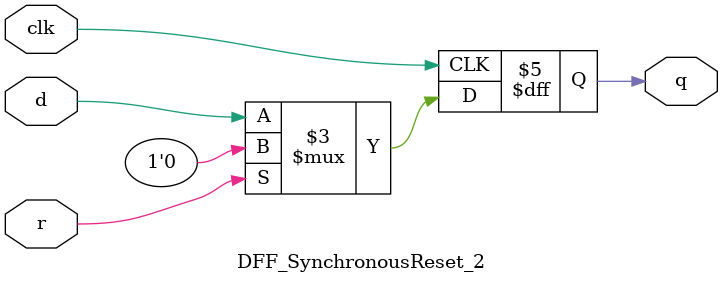
<source format=v>
`timescale 1ns / 1ps


module DFF_SynchronousReset_2(
    input clk,
    input d, 
    input r,   // synchronous reset
    output reg q
    );
    always @ (posedge clk) begin
    if(r)
    q<=0;
    else
    q<=d;
    end
endmodule

</source>
